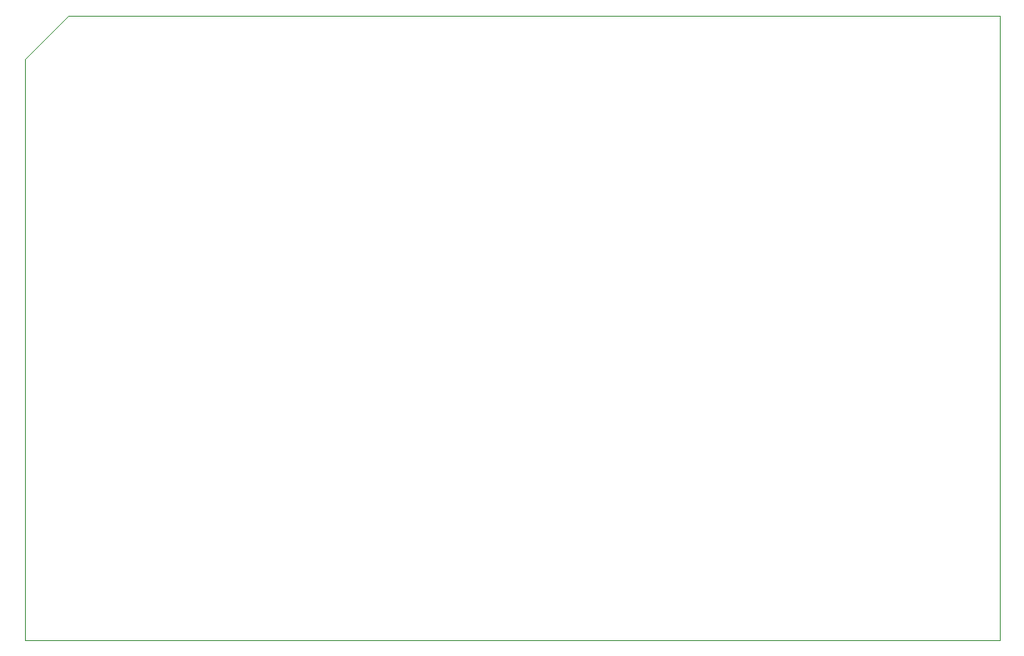
<source format=gm1>
G04 #@! TF.GenerationSoftware,KiCad,Pcbnew,(5.1.10)-1*
G04 #@! TF.CreationDate,2021-09-29T14:01:47-04:00*
G04 #@! TF.ProjectId,schematics_main,73636865-6d61-4746-9963-735f6d61696e,rev?*
G04 #@! TF.SameCoordinates,Original*
G04 #@! TF.FileFunction,Profile,NP*
%FSLAX46Y46*%
G04 Gerber Fmt 4.6, Leading zero omitted, Abs format (unit mm)*
G04 Created by KiCad (PCBNEW (5.1.10)-1) date 2021-09-29 14:01:47*
%MOMM*%
%LPD*%
G01*
G04 APERTURE LIST*
G04 #@! TA.AperFunction,Profile*
%ADD10C,0.050000*%
G04 #@! TD*
G04 APERTURE END LIST*
D10*
X154940000Y-93980000D02*
X159385000Y-89535000D01*
X254000000Y-89535000D02*
X254000000Y-153035000D01*
X159385000Y-89535000D02*
X254000000Y-89535000D01*
X154940000Y-153035000D02*
X154940000Y-93980000D01*
X254000000Y-153035000D02*
X154940000Y-153035000D01*
M02*

</source>
